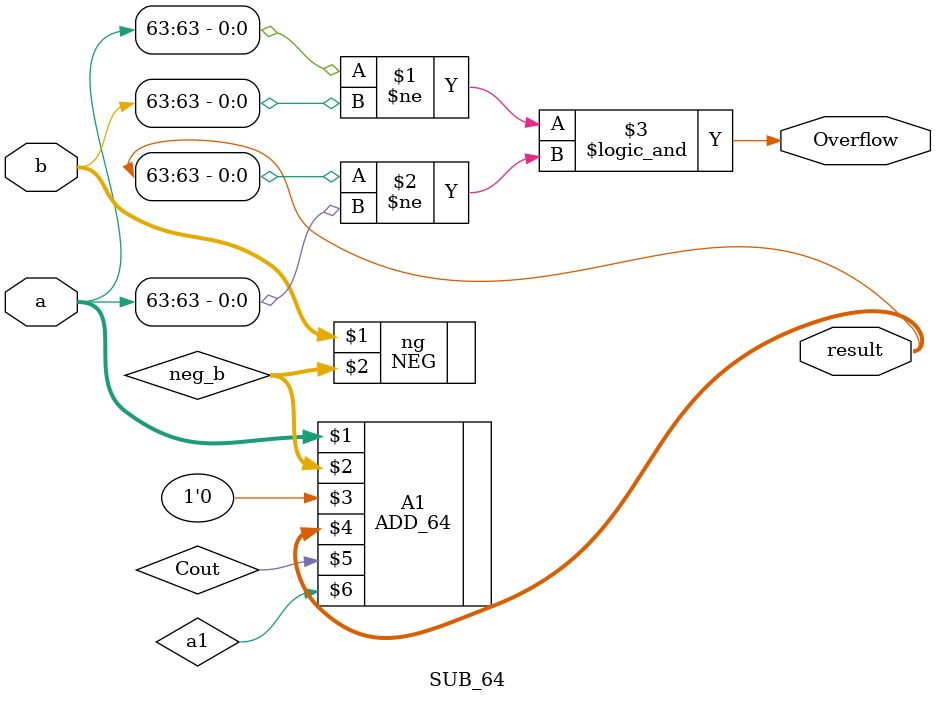
<source format=v>
`ifndef NEG_V
`define NEG_V
`include "NEG.v"
`endif

module SUB_64(
    input signed [63:0] a,
    input signed [63:0] b,
    output signed [63:0] result,
    output Overflow
);

    wire [63:0] neg_b;
    wire Cout, Overflow,a1;
    NEG ng(b, neg_b);
    ADD_64 A1(a, neg_b, 1'b0, result, Cout, a1);
    assign Overflow = (a[63] != b[63]) && (result[63] != a[63]);
    
endmodule
</source>
